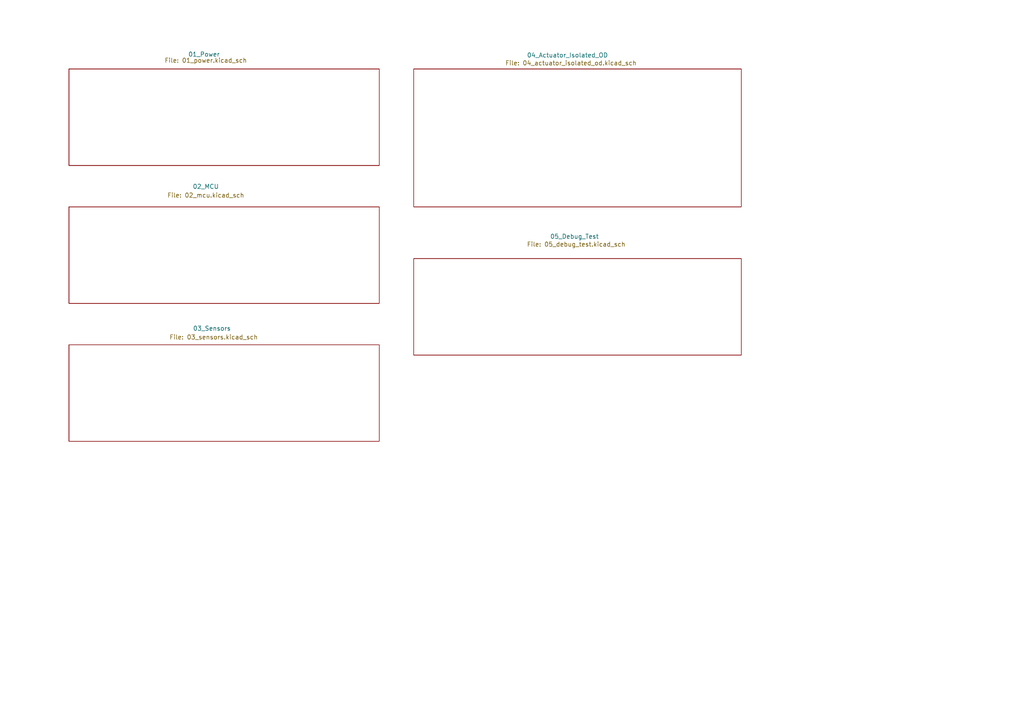
<source format=kicad_sch>
(kicad_sch
	(version 20250114)
	(generator "eeschema")
	(generator_version "9.0")
	(uuid "6b5f7037-09a3-467a-b524-506cbf6e37fa")
	(paper "A4")
	(title_block
		(title "IoT-Werkstatt Band 1 –Power und MCU  (KiCad 9.x)")
		(date "2026-01-13")
		(rev "A")
		(company "Nerd-Verlag F. Riedhammer (c) 2026")
	)
	(lib_symbols)
	(sheet
		(at 20 60)
		(size 90 28)
		(exclude_from_sim no)
		(in_bom yes)
		(on_board yes)
		(dnp no)
		(stroke
			(width 0)
			(type solid)
		)
		(fill
			(color 0 0 0 0.0000)
		)
		(uuid "04b81ee5-3cfa-4b4c-a653-5e5278f851c0")
		(property "Sheetname" "02_MCU"
			(at 59.69 54.102 0)
			(effects
				(font
					(size 1.27 1.27)
				)
			)
		)
		(property "Sheetfile" "02_mcu.kicad_sch"
			(at 59.69 56.642 0)
			(effects
				(font
					(size 1.27 1.27)
				)
			)
		)
		(instances
			(project "IoT-Werkstatt_Band1"
				(path "/6b5f7037-09a3-467a-b524-506cbf6e37fa"
					(page "3")
				)
			)
		)
	)
	(sheet
		(at 20 20)
		(size 90 28)
		(exclude_from_sim no)
		(in_bom yes)
		(on_board yes)
		(dnp no)
		(stroke
			(width 0)
			(type solid)
		)
		(fill
			(color 0 0 0 0.0000)
		)
		(uuid "0607031c-8f03-4ead-b64e-0f99b49184ea")
		(property "Sheetname" "01_Power"
			(at 59.182 15.748 0)
			(effects
				(font
					(size 1.27 1.27)
				)
			)
		)
		(property "Sheetfile" "01_power.kicad_sch"
			(at 59.69 17.526 0)
			(effects
				(font
					(size 1.27 1.27)
				)
			)
		)
		(instances
			(project "IoT-Werkstatt_Band1"
				(path "/6b5f7037-09a3-467a-b524-506cbf6e37fa"
					(page "2")
				)
			)
		)
	)
	(sheet
		(at 120 20)
		(size 95 40)
		(exclude_from_sim no)
		(in_bom yes)
		(on_board yes)
		(dnp no)
		(stroke
			(width 0)
			(type solid)
		)
		(fill
			(color 0 0 0 0.0000)
		)
		(uuid "154fab40-953a-4bed-bd3d-d3f57d36d9d1")
		(property "Sheetname" "04_Actuator_Isolated_OD"
			(at 164.592 16.002 0)
			(effects
				(font
					(size 1.27 1.27)
				)
			)
		)
		(property "Sheetfile" "04_actuator_isolated_od.kicad_sch"
			(at 165.608 18.288 0)
			(effects
				(font
					(size 1.27 1.27)
				)
			)
		)
		(instances
			(project "IoT-Werkstatt_Band1"
				(path "/6b5f7037-09a3-467a-b524-506cbf6e37fa"
					(page "5")
				)
			)
		)
	)
	(sheet
		(at 120 75)
		(size 95 28)
		(exclude_from_sim no)
		(in_bom yes)
		(on_board yes)
		(dnp no)
		(stroke
			(width 0)
			(type solid)
		)
		(fill
			(color 0 0 0 0.0000)
		)
		(uuid "b84bc60a-d071-47b8-9f03-0e1e4435a9da")
		(property "Sheetname" "05_Debug_Test"
			(at 166.624 68.58 0)
			(effects
				(font
					(size 1.27 1.27)
				)
			)
		)
		(property "Sheetfile" "05_debug_test.kicad_sch"
			(at 167.132 70.866 0)
			(effects
				(font
					(size 1.27 1.27)
				)
			)
		)
		(instances
			(project "IoT-Werkstatt_Band1"
				(path "/6b5f7037-09a3-467a-b524-506cbf6e37fa"
					(page "6")
				)
			)
		)
	)
	(sheet
		(at 20 100)
		(size 90 28)
		(exclude_from_sim no)
		(in_bom yes)
		(on_board yes)
		(dnp no)
		(stroke
			(width 0)
			(type solid)
		)
		(fill
			(color 0 0 0 0.0000)
		)
		(uuid "c6abad54-45d3-4fdb-be3f-515ec43462be")
		(property "Sheetname" "03_Sensors"
			(at 61.468 95.25 0)
			(effects
				(font
					(size 1.27 1.27)
				)
			)
		)
		(property "Sheetfile" "03_sensors.kicad_sch"
			(at 61.976 97.79 0)
			(effects
				(font
					(size 1.27 1.27)
				)
			)
		)
		(instances
			(project "IoT-Werkstatt_Band1"
				(path "/6b5f7037-09a3-467a-b524-506cbf6e37fa"
					(page "4")
				)
			)
		)
	)
	(sheet_instances
		(path "/"
			(page "1")
		)
	)
	(embedded_fonts no)
)

</source>
